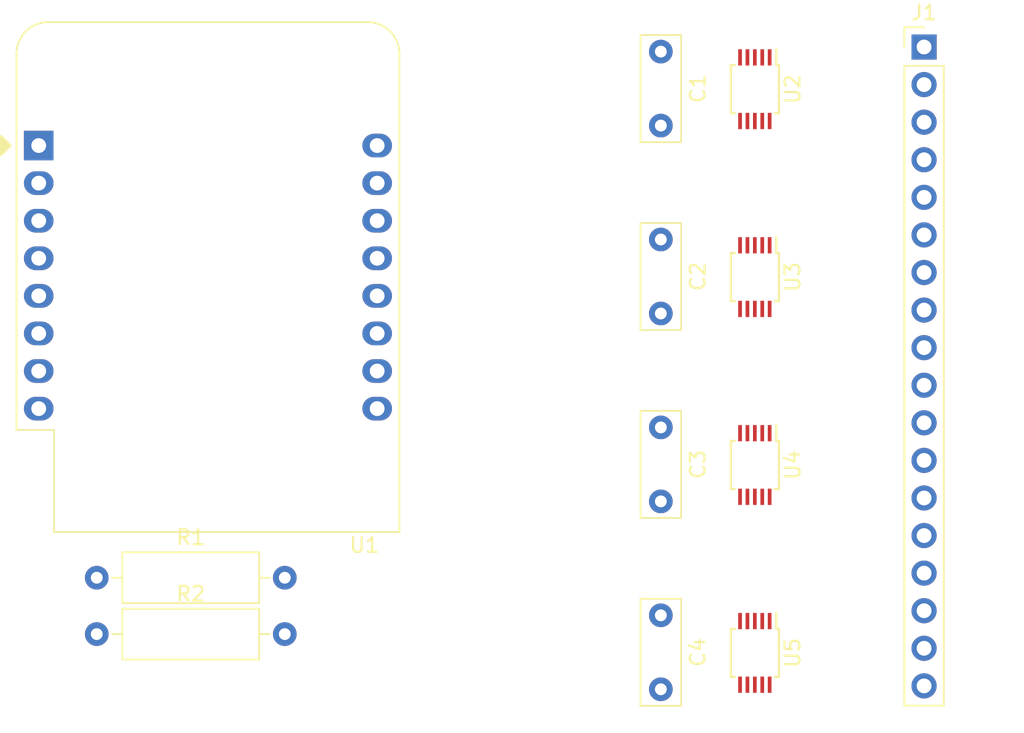
<source format=kicad_pcb>
(kicad_pcb (version 20171130) (host pcbnew 5.1.4-e60b266~84~ubuntu18.04.1)

  (general
    (thickness 1.6)
    (drawings 0)
    (tracks 0)
    (zones 0)
    (modules 12)
    (nets 37)
  )

  (page A4)
  (layers
    (0 F.Cu signal)
    (31 B.Cu signal)
    (32 B.Adhes user)
    (33 F.Adhes user)
    (34 B.Paste user)
    (35 F.Paste user)
    (36 B.SilkS user)
    (37 F.SilkS user)
    (38 B.Mask user)
    (39 F.Mask user)
    (40 Dwgs.User user)
    (41 Cmts.User user)
    (42 Eco1.User user)
    (43 Eco2.User user)
    (44 Edge.Cuts user)
    (45 Margin user)
    (46 B.CrtYd user)
    (47 F.CrtYd user)
    (48 B.Fab user)
    (49 F.Fab user)
  )

  (setup
    (last_trace_width 0.25)
    (trace_clearance 0.2)
    (zone_clearance 0.508)
    (zone_45_only no)
    (trace_min 0.2)
    (via_size 0.8)
    (via_drill 0.4)
    (via_min_size 0.4)
    (via_min_drill 0.3)
    (uvia_size 0.3)
    (uvia_drill 0.1)
    (uvias_allowed no)
    (uvia_min_size 0.2)
    (uvia_min_drill 0.1)
    (edge_width 0.05)
    (segment_width 0.2)
    (pcb_text_width 0.3)
    (pcb_text_size 1.5 1.5)
    (mod_edge_width 0.12)
    (mod_text_size 1 1)
    (mod_text_width 0.15)
    (pad_size 1.524 1.524)
    (pad_drill 0.762)
    (pad_to_mask_clearance 0.051)
    (solder_mask_min_width 0.25)
    (aux_axis_origin 0 0)
    (visible_elements FFFFFF7F)
    (pcbplotparams
      (layerselection 0x010fc_ffffffff)
      (usegerberextensions false)
      (usegerberattributes false)
      (usegerberadvancedattributes false)
      (creategerberjobfile false)
      (excludeedgelayer true)
      (linewidth 0.100000)
      (plotframeref false)
      (viasonmask false)
      (mode 1)
      (useauxorigin false)
      (hpglpennumber 1)
      (hpglpenspeed 20)
      (hpglpendiameter 15.000000)
      (psnegative false)
      (psa4output false)
      (plotreference true)
      (plotvalue true)
      (plotinvisibletext false)
      (padsonsilk false)
      (subtractmaskfromsilk false)
      (outputformat 1)
      (mirror false)
      (drillshape 1)
      (scaleselection 1)
      (outputdirectory ""))
  )

  (net 0 "")
  (net 1 +5V)
  (net 2 GND)
  (net 3 Mes34)
  (net 4 Mes33)
  (net 5 Mes32)
  (net 6 Mes31)
  (net 7 Mes24)
  (net 8 Mes23)
  (net 9 Mes22)
  (net 10 Mes21)
  (net 11 Mes14)
  (net 12 Mes13)
  (net 13 Mes12)
  (net 14 Mes11)
  (net 15 Mes04)
  (net 16 Mes03)
  (net 17 Mes02)
  (net 18 Mes01)
  (net 19 SCL)
  (net 20 SDA)
  (net 21 "Net-(U1-Pad16)")
  (net 22 "Net-(U1-Pad15)")
  (net 23 "Net-(U1-Pad12)")
  (net 24 "Net-(U1-Pad11)")
  (net 25 +3V3)
  (net 26 "Net-(U1-Pad7)")
  (net 27 "Net-(U1-Pad6)")
  (net 28 "Net-(U1-Pad5)")
  (net 29 "Net-(U1-Pad4)")
  (net 30 "Net-(U1-Pad3)")
  (net 31 "Net-(U1-Pad1)")
  (net 32 "Net-(U1-Pad2)")
  (net 33 "Net-(U2-Pad2)")
  (net 34 "Net-(U3-Pad2)")
  (net 35 "Net-(U4-Pad2)")
  (net 36 "Net-(U5-Pad2)")

  (net_class Default "This is the default net class."
    (clearance 0.2)
    (trace_width 0.25)
    (via_dia 0.8)
    (via_drill 0.4)
    (uvia_dia 0.3)
    (uvia_drill 0.1)
    (add_net +3V3)
    (add_net +5V)
    (add_net GND)
    (add_net Mes01)
    (add_net Mes02)
    (add_net Mes03)
    (add_net Mes04)
    (add_net Mes11)
    (add_net Mes12)
    (add_net Mes13)
    (add_net Mes14)
    (add_net Mes21)
    (add_net Mes22)
    (add_net Mes23)
    (add_net Mes24)
    (add_net Mes31)
    (add_net Mes32)
    (add_net Mes33)
    (add_net Mes34)
    (add_net "Net-(U1-Pad1)")
    (add_net "Net-(U1-Pad11)")
    (add_net "Net-(U1-Pad12)")
    (add_net "Net-(U1-Pad15)")
    (add_net "Net-(U1-Pad16)")
    (add_net "Net-(U1-Pad2)")
    (add_net "Net-(U1-Pad3)")
    (add_net "Net-(U1-Pad4)")
    (add_net "Net-(U1-Pad5)")
    (add_net "Net-(U1-Pad6)")
    (add_net "Net-(U1-Pad7)")
    (add_net "Net-(U2-Pad2)")
    (add_net "Net-(U3-Pad2)")
    (add_net "Net-(U4-Pad2)")
    (add_net "Net-(U5-Pad2)")
    (add_net SCL)
    (add_net SDA)
  )

  (module Package_SO:TSSOP-10_3x3mm_P0.5mm (layer F.Cu) (tedit 5A02F25C) (tstamp 5E5D53C0)
    (at 102.87 82.55 270)
    (descr "TSSOP10: plastic thin shrink small outline package; 10 leads; body width 3 mm; (see NXP SSOP-TSSOP-VSO-REFLOW.pdf and sot552-1_po.pdf)")
    (tags "SSOP 0.5")
    (path /5E5F5883)
    (attr smd)
    (fp_text reference U5 (at 0 -2.55 90) (layer F.SilkS)
      (effects (font (size 1 1) (thickness 0.15)))
    )
    (fp_text value ADS1015IDGS (at 0 2.55 90) (layer F.Fab)
      (effects (font (size 1 1) (thickness 0.15)))
    )
    (fp_text user %R (at 0 0 90) (layer F.Fab)
      (effects (font (size 0.6 0.6) (thickness 0.15)))
    )
    (fp_line (start -1.625 -1.45) (end -2.7 -1.45) (layer F.SilkS) (width 0.15))
    (fp_line (start -1.625 1.625) (end 1.625 1.625) (layer F.SilkS) (width 0.15))
    (fp_line (start -1.625 -1.625) (end 1.625 -1.625) (layer F.SilkS) (width 0.15))
    (fp_line (start -1.625 1.625) (end -1.625 1.35) (layer F.SilkS) (width 0.15))
    (fp_line (start 1.625 1.625) (end 1.625 1.35) (layer F.SilkS) (width 0.15))
    (fp_line (start 1.625 -1.625) (end 1.625 -1.35) (layer F.SilkS) (width 0.15))
    (fp_line (start -1.625 -1.625) (end -1.625 -1.45) (layer F.SilkS) (width 0.15))
    (fp_line (start -2.95 1.8) (end 2.95 1.8) (layer F.CrtYd) (width 0.05))
    (fp_line (start -2.95 -1.8) (end 2.95 -1.8) (layer F.CrtYd) (width 0.05))
    (fp_line (start 2.95 -1.8) (end 2.95 1.8) (layer F.CrtYd) (width 0.05))
    (fp_line (start -2.95 -1.8) (end -2.95 1.8) (layer F.CrtYd) (width 0.05))
    (fp_line (start -1.5 -0.5) (end -0.5 -1.5) (layer F.Fab) (width 0.15))
    (fp_line (start -1.5 1.5) (end -1.5 -0.5) (layer F.Fab) (width 0.15))
    (fp_line (start 1.5 1.5) (end -1.5 1.5) (layer F.Fab) (width 0.15))
    (fp_line (start 1.5 -1.5) (end 1.5 1.5) (layer F.Fab) (width 0.15))
    (fp_line (start -0.5 -1.5) (end 1.5 -1.5) (layer F.Fab) (width 0.15))
    (pad 10 smd rect (at 2.15 -1 270) (size 1.1 0.25) (layers F.Cu F.Paste F.Mask)
      (net 19 SCL))
    (pad 9 smd rect (at 2.15 -0.5 270) (size 1.1 0.25) (layers F.Cu F.Paste F.Mask)
      (net 20 SDA))
    (pad 8 smd rect (at 2.15 0 270) (size 1.1 0.25) (layers F.Cu F.Paste F.Mask)
      (net 1 +5V))
    (pad 7 smd rect (at 2.15 0.5 270) (size 1.1 0.25) (layers F.Cu F.Paste F.Mask)
      (net 3 Mes34))
    (pad 6 smd rect (at 2.15 1 270) (size 1.1 0.25) (layers F.Cu F.Paste F.Mask)
      (net 4 Mes33))
    (pad 5 smd rect (at -2.15 1 270) (size 1.1 0.25) (layers F.Cu F.Paste F.Mask)
      (net 5 Mes32))
    (pad 4 smd rect (at -2.15 0.5 270) (size 1.1 0.25) (layers F.Cu F.Paste F.Mask)
      (net 6 Mes31))
    (pad 3 smd rect (at -2.15 0 270) (size 1.1 0.25) (layers F.Cu F.Paste F.Mask)
      (net 2 GND))
    (pad 2 smd rect (at -2.15 -0.5 270) (size 1.1 0.25) (layers F.Cu F.Paste F.Mask)
      (net 36 "Net-(U5-Pad2)"))
    (pad 1 smd rect (at -2.15 -1 270) (size 1.1 0.25) (layers F.Cu F.Paste F.Mask)
      (net 19 SCL))
    (model ${KISYS3DMOD}/Package_SO.3dshapes/TSSOP-10_3x3mm_P0.5mm.wrl
      (at (xyz 0 0 0))
      (scale (xyz 1 1 1))
      (rotate (xyz 0 0 0))
    )
  )

  (module Package_SO:TSSOP-10_3x3mm_P0.5mm (layer F.Cu) (tedit 5A02F25C) (tstamp 5E5D53A1)
    (at 102.87 69.85 270)
    (descr "TSSOP10: plastic thin shrink small outline package; 10 leads; body width 3 mm; (see NXP SSOP-TSSOP-VSO-REFLOW.pdf and sot552-1_po.pdf)")
    (tags "SSOP 0.5")
    (path /5E5F4301)
    (attr smd)
    (fp_text reference U4 (at 0 -2.55 90) (layer F.SilkS)
      (effects (font (size 1 1) (thickness 0.15)))
    )
    (fp_text value ADS1015IDGS (at 0 2.55 90) (layer F.Fab)
      (effects (font (size 1 1) (thickness 0.15)))
    )
    (fp_text user %R (at 0 0 90) (layer F.Fab)
      (effects (font (size 0.6 0.6) (thickness 0.15)))
    )
    (fp_line (start -1.625 -1.45) (end -2.7 -1.45) (layer F.SilkS) (width 0.15))
    (fp_line (start -1.625 1.625) (end 1.625 1.625) (layer F.SilkS) (width 0.15))
    (fp_line (start -1.625 -1.625) (end 1.625 -1.625) (layer F.SilkS) (width 0.15))
    (fp_line (start -1.625 1.625) (end -1.625 1.35) (layer F.SilkS) (width 0.15))
    (fp_line (start 1.625 1.625) (end 1.625 1.35) (layer F.SilkS) (width 0.15))
    (fp_line (start 1.625 -1.625) (end 1.625 -1.35) (layer F.SilkS) (width 0.15))
    (fp_line (start -1.625 -1.625) (end -1.625 -1.45) (layer F.SilkS) (width 0.15))
    (fp_line (start -2.95 1.8) (end 2.95 1.8) (layer F.CrtYd) (width 0.05))
    (fp_line (start -2.95 -1.8) (end 2.95 -1.8) (layer F.CrtYd) (width 0.05))
    (fp_line (start 2.95 -1.8) (end 2.95 1.8) (layer F.CrtYd) (width 0.05))
    (fp_line (start -2.95 -1.8) (end -2.95 1.8) (layer F.CrtYd) (width 0.05))
    (fp_line (start -1.5 -0.5) (end -0.5 -1.5) (layer F.Fab) (width 0.15))
    (fp_line (start -1.5 1.5) (end -1.5 -0.5) (layer F.Fab) (width 0.15))
    (fp_line (start 1.5 1.5) (end -1.5 1.5) (layer F.Fab) (width 0.15))
    (fp_line (start 1.5 -1.5) (end 1.5 1.5) (layer F.Fab) (width 0.15))
    (fp_line (start -0.5 -1.5) (end 1.5 -1.5) (layer F.Fab) (width 0.15))
    (pad 10 smd rect (at 2.15 -1 270) (size 1.1 0.25) (layers F.Cu F.Paste F.Mask)
      (net 19 SCL))
    (pad 9 smd rect (at 2.15 -0.5 270) (size 1.1 0.25) (layers F.Cu F.Paste F.Mask)
      (net 20 SDA))
    (pad 8 smd rect (at 2.15 0 270) (size 1.1 0.25) (layers F.Cu F.Paste F.Mask)
      (net 1 +5V))
    (pad 7 smd rect (at 2.15 0.5 270) (size 1.1 0.25) (layers F.Cu F.Paste F.Mask)
      (net 7 Mes24))
    (pad 6 smd rect (at 2.15 1 270) (size 1.1 0.25) (layers F.Cu F.Paste F.Mask)
      (net 8 Mes23))
    (pad 5 smd rect (at -2.15 1 270) (size 1.1 0.25) (layers F.Cu F.Paste F.Mask)
      (net 9 Mes22))
    (pad 4 smd rect (at -2.15 0.5 270) (size 1.1 0.25) (layers F.Cu F.Paste F.Mask)
      (net 10 Mes21))
    (pad 3 smd rect (at -2.15 0 270) (size 1.1 0.25) (layers F.Cu F.Paste F.Mask)
      (net 2 GND))
    (pad 2 smd rect (at -2.15 -0.5 270) (size 1.1 0.25) (layers F.Cu F.Paste F.Mask)
      (net 35 "Net-(U4-Pad2)"))
    (pad 1 smd rect (at -2.15 -1 270) (size 1.1 0.25) (layers F.Cu F.Paste F.Mask)
      (net 20 SDA))
    (model ${KISYS3DMOD}/Package_SO.3dshapes/TSSOP-10_3x3mm_P0.5mm.wrl
      (at (xyz 0 0 0))
      (scale (xyz 1 1 1))
      (rotate (xyz 0 0 0))
    )
  )

  (module Package_SO:TSSOP-10_3x3mm_P0.5mm (layer F.Cu) (tedit 5A02F25C) (tstamp 5E5D5382)
    (at 102.87 57.15 270)
    (descr "TSSOP10: plastic thin shrink small outline package; 10 leads; body width 3 mm; (see NXP SSOP-TSSOP-VSO-REFLOW.pdf and sot552-1_po.pdf)")
    (tags "SSOP 0.5")
    (path /5E5F2FEF)
    (attr smd)
    (fp_text reference U3 (at 0 -2.55 90) (layer F.SilkS)
      (effects (font (size 1 1) (thickness 0.15)))
    )
    (fp_text value ADS1015IDGS (at 0 2.55 90) (layer F.Fab)
      (effects (font (size 1 1) (thickness 0.15)))
    )
    (fp_text user %R (at 0 0 90) (layer F.Fab)
      (effects (font (size 0.6 0.6) (thickness 0.15)))
    )
    (fp_line (start -1.625 -1.45) (end -2.7 -1.45) (layer F.SilkS) (width 0.15))
    (fp_line (start -1.625 1.625) (end 1.625 1.625) (layer F.SilkS) (width 0.15))
    (fp_line (start -1.625 -1.625) (end 1.625 -1.625) (layer F.SilkS) (width 0.15))
    (fp_line (start -1.625 1.625) (end -1.625 1.35) (layer F.SilkS) (width 0.15))
    (fp_line (start 1.625 1.625) (end 1.625 1.35) (layer F.SilkS) (width 0.15))
    (fp_line (start 1.625 -1.625) (end 1.625 -1.35) (layer F.SilkS) (width 0.15))
    (fp_line (start -1.625 -1.625) (end -1.625 -1.45) (layer F.SilkS) (width 0.15))
    (fp_line (start -2.95 1.8) (end 2.95 1.8) (layer F.CrtYd) (width 0.05))
    (fp_line (start -2.95 -1.8) (end 2.95 -1.8) (layer F.CrtYd) (width 0.05))
    (fp_line (start 2.95 -1.8) (end 2.95 1.8) (layer F.CrtYd) (width 0.05))
    (fp_line (start -2.95 -1.8) (end -2.95 1.8) (layer F.CrtYd) (width 0.05))
    (fp_line (start -1.5 -0.5) (end -0.5 -1.5) (layer F.Fab) (width 0.15))
    (fp_line (start -1.5 1.5) (end -1.5 -0.5) (layer F.Fab) (width 0.15))
    (fp_line (start 1.5 1.5) (end -1.5 1.5) (layer F.Fab) (width 0.15))
    (fp_line (start 1.5 -1.5) (end 1.5 1.5) (layer F.Fab) (width 0.15))
    (fp_line (start -0.5 -1.5) (end 1.5 -1.5) (layer F.Fab) (width 0.15))
    (pad 10 smd rect (at 2.15 -1 270) (size 1.1 0.25) (layers F.Cu F.Paste F.Mask)
      (net 19 SCL))
    (pad 9 smd rect (at 2.15 -0.5 270) (size 1.1 0.25) (layers F.Cu F.Paste F.Mask)
      (net 20 SDA))
    (pad 8 smd rect (at 2.15 0 270) (size 1.1 0.25) (layers F.Cu F.Paste F.Mask)
      (net 1 +5V))
    (pad 7 smd rect (at 2.15 0.5 270) (size 1.1 0.25) (layers F.Cu F.Paste F.Mask)
      (net 11 Mes14))
    (pad 6 smd rect (at 2.15 1 270) (size 1.1 0.25) (layers F.Cu F.Paste F.Mask)
      (net 12 Mes13))
    (pad 5 smd rect (at -2.15 1 270) (size 1.1 0.25) (layers F.Cu F.Paste F.Mask)
      (net 13 Mes12))
    (pad 4 smd rect (at -2.15 0.5 270) (size 1.1 0.25) (layers F.Cu F.Paste F.Mask)
      (net 14 Mes11))
    (pad 3 smd rect (at -2.15 0 270) (size 1.1 0.25) (layers F.Cu F.Paste F.Mask)
      (net 2 GND))
    (pad 2 smd rect (at -2.15 -0.5 270) (size 1.1 0.25) (layers F.Cu F.Paste F.Mask)
      (net 34 "Net-(U3-Pad2)"))
    (pad 1 smd rect (at -2.15 -1 270) (size 1.1 0.25) (layers F.Cu F.Paste F.Mask)
      (net 1 +5V))
    (model ${KISYS3DMOD}/Package_SO.3dshapes/TSSOP-10_3x3mm_P0.5mm.wrl
      (at (xyz 0 0 0))
      (scale (xyz 1 1 1))
      (rotate (xyz 0 0 0))
    )
  )

  (module Package_SO:TSSOP-10_3x3mm_P0.5mm (layer F.Cu) (tedit 5A02F25C) (tstamp 5E5D5363)
    (at 102.87 44.45 270)
    (descr "TSSOP10: plastic thin shrink small outline package; 10 leads; body width 3 mm; (see NXP SSOP-TSSOP-VSO-REFLOW.pdf and sot552-1_po.pdf)")
    (tags "SSOP 0.5")
    (path /5E5D3F70)
    (attr smd)
    (fp_text reference U2 (at 0 -2.55 90) (layer F.SilkS)
      (effects (font (size 1 1) (thickness 0.15)))
    )
    (fp_text value ADS1015IDGS (at 0 2.55 90) (layer F.Fab)
      (effects (font (size 1 1) (thickness 0.15)))
    )
    (fp_text user %R (at 0 0 90) (layer F.Fab)
      (effects (font (size 0.6 0.6) (thickness 0.15)))
    )
    (fp_line (start -1.625 -1.45) (end -2.7 -1.45) (layer F.SilkS) (width 0.15))
    (fp_line (start -1.625 1.625) (end 1.625 1.625) (layer F.SilkS) (width 0.15))
    (fp_line (start -1.625 -1.625) (end 1.625 -1.625) (layer F.SilkS) (width 0.15))
    (fp_line (start -1.625 1.625) (end -1.625 1.35) (layer F.SilkS) (width 0.15))
    (fp_line (start 1.625 1.625) (end 1.625 1.35) (layer F.SilkS) (width 0.15))
    (fp_line (start 1.625 -1.625) (end 1.625 -1.35) (layer F.SilkS) (width 0.15))
    (fp_line (start -1.625 -1.625) (end -1.625 -1.45) (layer F.SilkS) (width 0.15))
    (fp_line (start -2.95 1.8) (end 2.95 1.8) (layer F.CrtYd) (width 0.05))
    (fp_line (start -2.95 -1.8) (end 2.95 -1.8) (layer F.CrtYd) (width 0.05))
    (fp_line (start 2.95 -1.8) (end 2.95 1.8) (layer F.CrtYd) (width 0.05))
    (fp_line (start -2.95 -1.8) (end -2.95 1.8) (layer F.CrtYd) (width 0.05))
    (fp_line (start -1.5 -0.5) (end -0.5 -1.5) (layer F.Fab) (width 0.15))
    (fp_line (start -1.5 1.5) (end -1.5 -0.5) (layer F.Fab) (width 0.15))
    (fp_line (start 1.5 1.5) (end -1.5 1.5) (layer F.Fab) (width 0.15))
    (fp_line (start 1.5 -1.5) (end 1.5 1.5) (layer F.Fab) (width 0.15))
    (fp_line (start -0.5 -1.5) (end 1.5 -1.5) (layer F.Fab) (width 0.15))
    (pad 10 smd rect (at 2.15 -1 270) (size 1.1 0.25) (layers F.Cu F.Paste F.Mask)
      (net 19 SCL))
    (pad 9 smd rect (at 2.15 -0.5 270) (size 1.1 0.25) (layers F.Cu F.Paste F.Mask)
      (net 20 SDA))
    (pad 8 smd rect (at 2.15 0 270) (size 1.1 0.25) (layers F.Cu F.Paste F.Mask)
      (net 1 +5V))
    (pad 7 smd rect (at 2.15 0.5 270) (size 1.1 0.25) (layers F.Cu F.Paste F.Mask)
      (net 15 Mes04))
    (pad 6 smd rect (at 2.15 1 270) (size 1.1 0.25) (layers F.Cu F.Paste F.Mask)
      (net 16 Mes03))
    (pad 5 smd rect (at -2.15 1 270) (size 1.1 0.25) (layers F.Cu F.Paste F.Mask)
      (net 17 Mes02))
    (pad 4 smd rect (at -2.15 0.5 270) (size 1.1 0.25) (layers F.Cu F.Paste F.Mask)
      (net 18 Mes01))
    (pad 3 smd rect (at -2.15 0 270) (size 1.1 0.25) (layers F.Cu F.Paste F.Mask)
      (net 2 GND))
    (pad 2 smd rect (at -2.15 -0.5 270) (size 1.1 0.25) (layers F.Cu F.Paste F.Mask)
      (net 33 "Net-(U2-Pad2)"))
    (pad 1 smd rect (at -2.15 -1 270) (size 1.1 0.25) (layers F.Cu F.Paste F.Mask)
      (net 2 GND))
    (model ${KISYS3DMOD}/Package_SO.3dshapes/TSSOP-10_3x3mm_P0.5mm.wrl
      (at (xyz 0 0 0))
      (scale (xyz 1 1 1))
      (rotate (xyz 0 0 0))
    )
  )

  (module Module:WEMOS_D1_mini_light (layer F.Cu) (tedit 5BBFB1CE) (tstamp 5E5D5344)
    (at 54.5 48.26)
    (descr "16-pin module, column spacing 22.86 mm (900 mils), https://wiki.wemos.cc/products:d1:d1_mini, https://c1.staticflickr.com/1/734/31400410271_f278b087db_z.jpg")
    (tags "ESP8266 WiFi microcontroller")
    (path /5E5D3C29)
    (fp_text reference U1 (at 22 27) (layer F.SilkS)
      (effects (font (size 1 1) (thickness 0.15)))
    )
    (fp_text value WeMos_D1_mini (at 11.7 0) (layer F.Fab)
      (effects (font (size 1 1) (thickness 0.15)))
    )
    (fp_text user "No copper" (at 11.43 -3.81) (layer Cmts.User)
      (effects (font (size 1 1) (thickness 0.15)))
    )
    (fp_text user "KEEP OUT" (at 11.43 -6.35) (layer Cmts.User)
      (effects (font (size 1 1) (thickness 0.15)))
    )
    (fp_arc (start 22.23 -6.21) (end 24.36 -6.21) (angle -90) (layer F.SilkS) (width 0.12))
    (fp_arc (start 0.63 -6.21) (end 0.63 -8.34) (angle -90) (layer F.SilkS) (width 0.12))
    (fp_line (start 1.04 19.22) (end 1.04 26.12) (layer F.SilkS) (width 0.12))
    (fp_line (start -1.5 19.22) (end 1.04 19.22) (layer F.SilkS) (width 0.12))
    (fp_arc (start 22.23 -6.21) (end 24.23 -6.19) (angle -90) (layer F.Fab) (width 0.1))
    (fp_arc (start 0.63 -6.21) (end 0.63 -8.21) (angle -90) (layer F.Fab) (width 0.1))
    (fp_line (start -0.37 0) (end -1.37 -1) (layer F.Fab) (width 0.1))
    (fp_line (start -1.37 1) (end -0.37 0) (layer F.Fab) (width 0.1))
    (fp_line (start -1.37 -6.21) (end -1.37 -1) (layer F.Fab) (width 0.1))
    (fp_line (start 1.17 19.09) (end 1.17 25.99) (layer F.Fab) (width 0.1))
    (fp_line (start -1.37 19.09) (end 1.17 19.09) (layer F.Fab) (width 0.1))
    (fp_line (start -1.35 -7.4) (end -0.55 -8.2) (layer Dwgs.User) (width 0.1))
    (fp_line (start -1.3 -5.45) (end 1.45 -8.2) (layer Dwgs.User) (width 0.1))
    (fp_line (start -1.35 -3.4) (end 3.45 -8.2) (layer Dwgs.User) (width 0.1))
    (fp_line (start 22.65 -1.4) (end 24.25 -3) (layer Dwgs.User) (width 0.1))
    (fp_line (start 20.65 -1.4) (end 24.25 -5) (layer Dwgs.User) (width 0.1))
    (fp_line (start 18.65 -1.4) (end 24.25 -7) (layer Dwgs.User) (width 0.1))
    (fp_line (start 16.65 -1.4) (end 23.45 -8.2) (layer Dwgs.User) (width 0.1))
    (fp_line (start 14.65 -1.4) (end 21.45 -8.2) (layer Dwgs.User) (width 0.1))
    (fp_line (start 12.65 -1.4) (end 19.45 -8.2) (layer Dwgs.User) (width 0.1))
    (fp_line (start 10.65 -1.4) (end 17.45 -8.2) (layer Dwgs.User) (width 0.1))
    (fp_line (start 8.65 -1.4) (end 15.45 -8.2) (layer Dwgs.User) (width 0.1))
    (fp_line (start 6.65 -1.4) (end 13.45 -8.2) (layer Dwgs.User) (width 0.1))
    (fp_line (start 4.65 -1.4) (end 11.45 -8.2) (layer Dwgs.User) (width 0.1))
    (fp_line (start 2.65 -1.4) (end 9.45 -8.2) (layer Dwgs.User) (width 0.1))
    (fp_line (start 0.65 -1.4) (end 7.45 -8.2) (layer Dwgs.User) (width 0.1))
    (fp_line (start -1.35 -1.4) (end 5.45 -8.2) (layer Dwgs.User) (width 0.1))
    (fp_line (start -1.35 -8.2) (end -1.35 -1.4) (layer Dwgs.User) (width 0.1))
    (fp_line (start 24.25 -8.2) (end -1.35 -8.2) (layer Dwgs.User) (width 0.1))
    (fp_line (start 24.25 -1.4) (end 24.25 -8.2) (layer Dwgs.User) (width 0.1))
    (fp_line (start -1.35 -1.4) (end 24.25 -1.4) (layer Dwgs.User) (width 0.1))
    (fp_poly (pts (xy -2.54 -0.635) (xy -2.54 0.635) (xy -1.905 0)) (layer F.SilkS) (width 0.15))
    (fp_line (start -1.62 26.24) (end -1.62 -8.46) (layer F.CrtYd) (width 0.05))
    (fp_line (start 24.48 26.24) (end -1.62 26.24) (layer F.CrtYd) (width 0.05))
    (fp_line (start 24.48 -8.41) (end 24.48 26.24) (layer F.CrtYd) (width 0.05))
    (fp_line (start -1.62 -8.46) (end 24.48 -8.46) (layer F.CrtYd) (width 0.05))
    (fp_text user %R (at 11.43 10) (layer F.Fab)
      (effects (font (size 1 1) (thickness 0.15)))
    )
    (fp_line (start -1.37 1) (end -1.37 19.09) (layer F.Fab) (width 0.1))
    (fp_line (start 22.23 -8.21) (end 0.63 -8.21) (layer F.Fab) (width 0.1))
    (fp_line (start 24.23 25.99) (end 24.23 -6.21) (layer F.Fab) (width 0.1))
    (fp_line (start 1.17 25.99) (end 24.23 25.99) (layer F.Fab) (width 0.1))
    (fp_line (start 22.24 -8.34) (end 0.63 -8.34) (layer F.SilkS) (width 0.12))
    (fp_line (start 24.36 26.12) (end 24.36 -6.21) (layer F.SilkS) (width 0.12))
    (fp_line (start -1.5 19.22) (end -1.5 -6.21) (layer F.SilkS) (width 0.12))
    (fp_line (start 1.04 26.12) (end 24.36 26.12) (layer F.SilkS) (width 0.12))
    (pad 16 thru_hole oval (at 22.86 0) (size 2 1.6) (drill 1) (layers *.Cu *.Mask)
      (net 21 "Net-(U1-Pad16)"))
    (pad 15 thru_hole oval (at 22.86 2.54) (size 2 1.6) (drill 1) (layers *.Cu *.Mask)
      (net 22 "Net-(U1-Pad15)"))
    (pad 14 thru_hole oval (at 22.86 5.08) (size 2 1.6) (drill 1) (layers *.Cu *.Mask)
      (net 19 SCL))
    (pad 13 thru_hole oval (at 22.86 7.62) (size 2 1.6) (drill 1) (layers *.Cu *.Mask)
      (net 20 SDA))
    (pad 12 thru_hole oval (at 22.86 10.16) (size 2 1.6) (drill 1) (layers *.Cu *.Mask)
      (net 23 "Net-(U1-Pad12)"))
    (pad 11 thru_hole oval (at 22.86 12.7) (size 2 1.6) (drill 1) (layers *.Cu *.Mask)
      (net 24 "Net-(U1-Pad11)"))
    (pad 10 thru_hole oval (at 22.86 15.24) (size 2 1.6) (drill 1) (layers *.Cu *.Mask)
      (net 2 GND))
    (pad 9 thru_hole oval (at 22.86 17.78) (size 2 1.6) (drill 1) (layers *.Cu *.Mask)
      (net 1 +5V))
    (pad 8 thru_hole oval (at 0 17.78) (size 2 1.6) (drill 1) (layers *.Cu *.Mask)
      (net 25 +3V3))
    (pad 7 thru_hole oval (at 0 15.24) (size 2 1.6) (drill 1) (layers *.Cu *.Mask)
      (net 26 "Net-(U1-Pad7)"))
    (pad 6 thru_hole oval (at 0 12.7) (size 2 1.6) (drill 1) (layers *.Cu *.Mask)
      (net 27 "Net-(U1-Pad6)"))
    (pad 5 thru_hole oval (at 0 10.16) (size 2 1.6) (drill 1) (layers *.Cu *.Mask)
      (net 28 "Net-(U1-Pad5)"))
    (pad 4 thru_hole oval (at 0 7.62) (size 2 1.6) (drill 1) (layers *.Cu *.Mask)
      (net 29 "Net-(U1-Pad4)"))
    (pad 3 thru_hole oval (at 0 5.08) (size 2 1.6) (drill 1) (layers *.Cu *.Mask)
      (net 30 "Net-(U1-Pad3)"))
    (pad 1 thru_hole rect (at 0 0) (size 2 2) (drill 1) (layers *.Cu *.Mask)
      (net 31 "Net-(U1-Pad1)"))
    (pad 2 thru_hole oval (at 0 2.54) (size 2 1.6) (drill 1) (layers *.Cu *.Mask)
      (net 32 "Net-(U1-Pad2)"))
    (model ${KISYS3DMOD}/Module.3dshapes/WEMOS_D1_mini_light.wrl
      (at (xyz 0 0 0))
      (scale (xyz 1 1 1))
      (rotate (xyz 0 0 0))
    )
    (model ${KISYS3DMOD}/Connector_PinHeader_2.54mm.3dshapes/PinHeader_1x08_P2.54mm_Vertical.wrl
      (offset (xyz 0 0 9.5))
      (scale (xyz 1 1 1))
      (rotate (xyz 0 -180 0))
    )
    (model ${KISYS3DMOD}/Connector_PinHeader_2.54mm.3dshapes/PinHeader_1x08_P2.54mm_Vertical.wrl
      (offset (xyz 22.86 0 9.5))
      (scale (xyz 1 1 1))
      (rotate (xyz 0 -180 0))
    )
    (model ${KISYS3DMOD}/Connector_PinSocket_2.54mm.3dshapes/PinSocket_1x08_P2.54mm_Vertical.wrl
      (at (xyz 0 0 0))
      (scale (xyz 1 1 1))
      (rotate (xyz 0 0 0))
    )
    (model ${KISYS3DMOD}/Connector_PinSocket_2.54mm.3dshapes/PinSocket_1x08_P2.54mm_Vertical.wrl
      (offset (xyz 22.86 0 0))
      (scale (xyz 1 1 1))
      (rotate (xyz 0 0 0))
    )
  )

  (module Resistor_THT:R_Axial_DIN0309_L9.0mm_D3.2mm_P12.70mm_Horizontal (layer F.Cu) (tedit 5AE5139B) (tstamp 5E5D5301)
    (at 58.42 81.28)
    (descr "Resistor, Axial_DIN0309 series, Axial, Horizontal, pin pitch=12.7mm, 0.5W = 1/2W, length*diameter=9*3.2mm^2, http://cdn-reichelt.de/documents/datenblatt/B400/1_4W%23YAG.pdf")
    (tags "Resistor Axial_DIN0309 series Axial Horizontal pin pitch 12.7mm 0.5W = 1/2W length 9mm diameter 3.2mm")
    (path /5E5D4946)
    (fp_text reference R2 (at 6.35 -2.72) (layer F.SilkS)
      (effects (font (size 1 1) (thickness 0.15)))
    )
    (fp_text value 10K (at 6.35 2.72) (layer F.Fab)
      (effects (font (size 1 1) (thickness 0.15)))
    )
    (fp_line (start 1.85 -1.6) (end 1.85 1.6) (layer F.Fab) (width 0.1))
    (fp_line (start 1.85 1.6) (end 10.85 1.6) (layer F.Fab) (width 0.1))
    (fp_line (start 10.85 1.6) (end 10.85 -1.6) (layer F.Fab) (width 0.1))
    (fp_line (start 10.85 -1.6) (end 1.85 -1.6) (layer F.Fab) (width 0.1))
    (fp_line (start 0 0) (end 1.85 0) (layer F.Fab) (width 0.1))
    (fp_line (start 12.7 0) (end 10.85 0) (layer F.Fab) (width 0.1))
    (fp_line (start 1.73 -1.72) (end 1.73 1.72) (layer F.SilkS) (width 0.12))
    (fp_line (start 1.73 1.72) (end 10.97 1.72) (layer F.SilkS) (width 0.12))
    (fp_line (start 10.97 1.72) (end 10.97 -1.72) (layer F.SilkS) (width 0.12))
    (fp_line (start 10.97 -1.72) (end 1.73 -1.72) (layer F.SilkS) (width 0.12))
    (fp_line (start 1.04 0) (end 1.73 0) (layer F.SilkS) (width 0.12))
    (fp_line (start 11.66 0) (end 10.97 0) (layer F.SilkS) (width 0.12))
    (fp_line (start -1.05 -1.85) (end -1.05 1.85) (layer F.CrtYd) (width 0.05))
    (fp_line (start -1.05 1.85) (end 13.75 1.85) (layer F.CrtYd) (width 0.05))
    (fp_line (start 13.75 1.85) (end 13.75 -1.85) (layer F.CrtYd) (width 0.05))
    (fp_line (start 13.75 -1.85) (end -1.05 -1.85) (layer F.CrtYd) (width 0.05))
    (fp_text user %R (at 6.35 0) (layer F.Fab)
      (effects (font (size 1 1) (thickness 0.15)))
    )
    (pad 1 thru_hole circle (at 0 0) (size 1.6 1.6) (drill 0.8) (layers *.Cu *.Mask)
      (net 1 +5V))
    (pad 2 thru_hole oval (at 12.7 0) (size 1.6 1.6) (drill 0.8) (layers *.Cu *.Mask)
      (net 20 SDA))
    (model ${KISYS3DMOD}/Resistor_THT.3dshapes/R_Axial_DIN0309_L9.0mm_D3.2mm_P12.70mm_Horizontal.wrl
      (at (xyz 0 0 0))
      (scale (xyz 1 1 1))
      (rotate (xyz 0 0 0))
    )
  )

  (module Resistor_THT:R_Axial_DIN0309_L9.0mm_D3.2mm_P12.70mm_Horizontal (layer F.Cu) (tedit 5AE5139B) (tstamp 5E5D52EA)
    (at 58.42 77.47)
    (descr "Resistor, Axial_DIN0309 series, Axial, Horizontal, pin pitch=12.7mm, 0.5W = 1/2W, length*diameter=9*3.2mm^2, http://cdn-reichelt.de/documents/datenblatt/B400/1_4W%23YAG.pdf")
    (tags "Resistor Axial_DIN0309 series Axial Horizontal pin pitch 12.7mm 0.5W = 1/2W length 9mm diameter 3.2mm")
    (path /5E5D4662)
    (fp_text reference R1 (at 6.35 -2.72) (layer F.SilkS)
      (effects (font (size 1 1) (thickness 0.15)))
    )
    (fp_text value 10K (at 6.35 2.72) (layer F.Fab)
      (effects (font (size 1 1) (thickness 0.15)))
    )
    (fp_text user %R (at 6.35 0) (layer F.Fab)
      (effects (font (size 1 1) (thickness 0.15)))
    )
    (fp_line (start 13.75 -1.85) (end -1.05 -1.85) (layer F.CrtYd) (width 0.05))
    (fp_line (start 13.75 1.85) (end 13.75 -1.85) (layer F.CrtYd) (width 0.05))
    (fp_line (start -1.05 1.85) (end 13.75 1.85) (layer F.CrtYd) (width 0.05))
    (fp_line (start -1.05 -1.85) (end -1.05 1.85) (layer F.CrtYd) (width 0.05))
    (fp_line (start 11.66 0) (end 10.97 0) (layer F.SilkS) (width 0.12))
    (fp_line (start 1.04 0) (end 1.73 0) (layer F.SilkS) (width 0.12))
    (fp_line (start 10.97 -1.72) (end 1.73 -1.72) (layer F.SilkS) (width 0.12))
    (fp_line (start 10.97 1.72) (end 10.97 -1.72) (layer F.SilkS) (width 0.12))
    (fp_line (start 1.73 1.72) (end 10.97 1.72) (layer F.SilkS) (width 0.12))
    (fp_line (start 1.73 -1.72) (end 1.73 1.72) (layer F.SilkS) (width 0.12))
    (fp_line (start 12.7 0) (end 10.85 0) (layer F.Fab) (width 0.1))
    (fp_line (start 0 0) (end 1.85 0) (layer F.Fab) (width 0.1))
    (fp_line (start 10.85 -1.6) (end 1.85 -1.6) (layer F.Fab) (width 0.1))
    (fp_line (start 10.85 1.6) (end 10.85 -1.6) (layer F.Fab) (width 0.1))
    (fp_line (start 1.85 1.6) (end 10.85 1.6) (layer F.Fab) (width 0.1))
    (fp_line (start 1.85 -1.6) (end 1.85 1.6) (layer F.Fab) (width 0.1))
    (pad 2 thru_hole oval (at 12.7 0) (size 1.6 1.6) (drill 0.8) (layers *.Cu *.Mask)
      (net 19 SCL))
    (pad 1 thru_hole circle (at 0 0) (size 1.6 1.6) (drill 0.8) (layers *.Cu *.Mask)
      (net 1 +5V))
    (model ${KISYS3DMOD}/Resistor_THT.3dshapes/R_Axial_DIN0309_L9.0mm_D3.2mm_P12.70mm_Horizontal.wrl
      (at (xyz 0 0 0))
      (scale (xyz 1 1 1))
      (rotate (xyz 0 0 0))
    )
  )

  (module Connector_PinHeader_2.54mm:PinHeader_1x18_P2.54mm_Vertical (layer F.Cu) (tedit 59FED5CC) (tstamp 5E5D52D3)
    (at 114.3 41.6)
    (descr "Through hole straight pin header, 1x18, 2.54mm pitch, single row")
    (tags "Through hole pin header THT 1x18 2.54mm single row")
    (path /5E60939C)
    (fp_text reference J1 (at 0 -2.33) (layer F.SilkS)
      (effects (font (size 1 1) (thickness 0.15)))
    )
    (fp_text value Conn_01x18_Male (at 0 45.51) (layer F.Fab)
      (effects (font (size 1 1) (thickness 0.15)))
    )
    (fp_text user %R (at 0 21.59 90) (layer F.Fab)
      (effects (font (size 1 1) (thickness 0.15)))
    )
    (fp_line (start 1.8 -1.8) (end -1.8 -1.8) (layer F.CrtYd) (width 0.05))
    (fp_line (start 1.8 44.95) (end 1.8 -1.8) (layer F.CrtYd) (width 0.05))
    (fp_line (start -1.8 44.95) (end 1.8 44.95) (layer F.CrtYd) (width 0.05))
    (fp_line (start -1.8 -1.8) (end -1.8 44.95) (layer F.CrtYd) (width 0.05))
    (fp_line (start -1.33 -1.33) (end 0 -1.33) (layer F.SilkS) (width 0.12))
    (fp_line (start -1.33 0) (end -1.33 -1.33) (layer F.SilkS) (width 0.12))
    (fp_line (start -1.33 1.27) (end 1.33 1.27) (layer F.SilkS) (width 0.12))
    (fp_line (start 1.33 1.27) (end 1.33 44.51) (layer F.SilkS) (width 0.12))
    (fp_line (start -1.33 1.27) (end -1.33 44.51) (layer F.SilkS) (width 0.12))
    (fp_line (start -1.33 44.51) (end 1.33 44.51) (layer F.SilkS) (width 0.12))
    (fp_line (start -1.27 -0.635) (end -0.635 -1.27) (layer F.Fab) (width 0.1))
    (fp_line (start -1.27 44.45) (end -1.27 -0.635) (layer F.Fab) (width 0.1))
    (fp_line (start 1.27 44.45) (end -1.27 44.45) (layer F.Fab) (width 0.1))
    (fp_line (start 1.27 -1.27) (end 1.27 44.45) (layer F.Fab) (width 0.1))
    (fp_line (start -0.635 -1.27) (end 1.27 -1.27) (layer F.Fab) (width 0.1))
    (pad 18 thru_hole oval (at 0 43.18) (size 1.7 1.7) (drill 1) (layers *.Cu *.Mask)
      (net 2 GND))
    (pad 17 thru_hole oval (at 0 40.64) (size 1.7 1.7) (drill 1) (layers *.Cu *.Mask)
      (net 3 Mes34))
    (pad 16 thru_hole oval (at 0 38.1) (size 1.7 1.7) (drill 1) (layers *.Cu *.Mask)
      (net 4 Mes33))
    (pad 15 thru_hole oval (at 0 35.56) (size 1.7 1.7) (drill 1) (layers *.Cu *.Mask)
      (net 5 Mes32))
    (pad 14 thru_hole oval (at 0 33.02) (size 1.7 1.7) (drill 1) (layers *.Cu *.Mask)
      (net 6 Mes31))
    (pad 13 thru_hole oval (at 0 30.48) (size 1.7 1.7) (drill 1) (layers *.Cu *.Mask)
      (net 7 Mes24))
    (pad 12 thru_hole oval (at 0 27.94) (size 1.7 1.7) (drill 1) (layers *.Cu *.Mask)
      (net 8 Mes23))
    (pad 11 thru_hole oval (at 0 25.4) (size 1.7 1.7) (drill 1) (layers *.Cu *.Mask)
      (net 9 Mes22))
    (pad 10 thru_hole oval (at 0 22.86) (size 1.7 1.7) (drill 1) (layers *.Cu *.Mask)
      (net 10 Mes21))
    (pad 9 thru_hole oval (at 0 20.32) (size 1.7 1.7) (drill 1) (layers *.Cu *.Mask)
      (net 11 Mes14))
    (pad 8 thru_hole oval (at 0 17.78) (size 1.7 1.7) (drill 1) (layers *.Cu *.Mask)
      (net 12 Mes13))
    (pad 7 thru_hole oval (at 0 15.24) (size 1.7 1.7) (drill 1) (layers *.Cu *.Mask)
      (net 13 Mes12))
    (pad 6 thru_hole oval (at 0 12.7) (size 1.7 1.7) (drill 1) (layers *.Cu *.Mask)
      (net 14 Mes11))
    (pad 5 thru_hole oval (at 0 10.16) (size 1.7 1.7) (drill 1) (layers *.Cu *.Mask)
      (net 15 Mes04))
    (pad 4 thru_hole oval (at 0 7.62) (size 1.7 1.7) (drill 1) (layers *.Cu *.Mask)
      (net 16 Mes03))
    (pad 3 thru_hole oval (at 0 5.08) (size 1.7 1.7) (drill 1) (layers *.Cu *.Mask)
      (net 17 Mes02))
    (pad 2 thru_hole oval (at 0 2.54) (size 1.7 1.7) (drill 1) (layers *.Cu *.Mask)
      (net 18 Mes01))
    (pad 1 thru_hole rect (at 0 0) (size 1.7 1.7) (drill 1) (layers *.Cu *.Mask)
      (net 1 +5V))
    (model ${KISYS3DMOD}/Connector_PinHeader_2.54mm.3dshapes/PinHeader_1x18_P2.54mm_Vertical.wrl
      (at (xyz 0 0 0))
      (scale (xyz 1 1 1))
      (rotate (xyz 0 0 0))
    )
  )

  (module Capacitor_THT:C_Rect_L7.0mm_W2.5mm_P5.00mm (layer F.Cu) (tedit 5AE50EF0) (tstamp 5E5D52AD)
    (at 96.52 80.01 270)
    (descr "C, Rect series, Radial, pin pitch=5.00mm, , length*width=7*2.5mm^2, Capacitor")
    (tags "C Rect series Radial pin pitch 5.00mm  length 7mm width 2.5mm Capacitor")
    (path /5E5F589B)
    (fp_text reference C4 (at 2.5 -2.5 90) (layer F.SilkS)
      (effects (font (size 1 1) (thickness 0.15)))
    )
    (fp_text value 100n (at 2.5 2.5 90) (layer F.Fab)
      (effects (font (size 1 1) (thickness 0.15)))
    )
    (fp_text user %R (at 2.5 0 90) (layer F.Fab)
      (effects (font (size 1 1) (thickness 0.15)))
    )
    (fp_line (start 6.25 -1.5) (end -1.25 -1.5) (layer F.CrtYd) (width 0.05))
    (fp_line (start 6.25 1.5) (end 6.25 -1.5) (layer F.CrtYd) (width 0.05))
    (fp_line (start -1.25 1.5) (end 6.25 1.5) (layer F.CrtYd) (width 0.05))
    (fp_line (start -1.25 -1.5) (end -1.25 1.5) (layer F.CrtYd) (width 0.05))
    (fp_line (start 6.12 -1.37) (end 6.12 1.37) (layer F.SilkS) (width 0.12))
    (fp_line (start -1.12 -1.37) (end -1.12 1.37) (layer F.SilkS) (width 0.12))
    (fp_line (start -1.12 1.37) (end 6.12 1.37) (layer F.SilkS) (width 0.12))
    (fp_line (start -1.12 -1.37) (end 6.12 -1.37) (layer F.SilkS) (width 0.12))
    (fp_line (start 6 -1.25) (end -1 -1.25) (layer F.Fab) (width 0.1))
    (fp_line (start 6 1.25) (end 6 -1.25) (layer F.Fab) (width 0.1))
    (fp_line (start -1 1.25) (end 6 1.25) (layer F.Fab) (width 0.1))
    (fp_line (start -1 -1.25) (end -1 1.25) (layer F.Fab) (width 0.1))
    (pad 2 thru_hole circle (at 5 0 270) (size 1.6 1.6) (drill 0.8) (layers *.Cu *.Mask)
      (net 1 +5V))
    (pad 1 thru_hole circle (at 0 0 270) (size 1.6 1.6) (drill 0.8) (layers *.Cu *.Mask)
      (net 2 GND))
    (model ${KISYS3DMOD}/Capacitor_THT.3dshapes/C_Rect_L7.0mm_W2.5mm_P5.00mm.wrl
      (at (xyz 0 0 0))
      (scale (xyz 1 1 1))
      (rotate (xyz 0 0 0))
    )
  )

  (module Capacitor_THT:C_Rect_L7.0mm_W2.5mm_P5.00mm (layer F.Cu) (tedit 5AE50EF0) (tstamp 5E5D529A)
    (at 96.52 67.31 270)
    (descr "C, Rect series, Radial, pin pitch=5.00mm, , length*width=7*2.5mm^2, Capacitor")
    (tags "C Rect series Radial pin pitch 5.00mm  length 7mm width 2.5mm Capacitor")
    (path /5E5F4319)
    (fp_text reference C3 (at 2.5 -2.5 90) (layer F.SilkS)
      (effects (font (size 1 1) (thickness 0.15)))
    )
    (fp_text value 100n (at 2.5 2.5 90) (layer F.Fab)
      (effects (font (size 1 1) (thickness 0.15)))
    )
    (fp_text user %R (at 2.5 0 90) (layer F.Fab)
      (effects (font (size 1 1) (thickness 0.15)))
    )
    (fp_line (start 6.25 -1.5) (end -1.25 -1.5) (layer F.CrtYd) (width 0.05))
    (fp_line (start 6.25 1.5) (end 6.25 -1.5) (layer F.CrtYd) (width 0.05))
    (fp_line (start -1.25 1.5) (end 6.25 1.5) (layer F.CrtYd) (width 0.05))
    (fp_line (start -1.25 -1.5) (end -1.25 1.5) (layer F.CrtYd) (width 0.05))
    (fp_line (start 6.12 -1.37) (end 6.12 1.37) (layer F.SilkS) (width 0.12))
    (fp_line (start -1.12 -1.37) (end -1.12 1.37) (layer F.SilkS) (width 0.12))
    (fp_line (start -1.12 1.37) (end 6.12 1.37) (layer F.SilkS) (width 0.12))
    (fp_line (start -1.12 -1.37) (end 6.12 -1.37) (layer F.SilkS) (width 0.12))
    (fp_line (start 6 -1.25) (end -1 -1.25) (layer F.Fab) (width 0.1))
    (fp_line (start 6 1.25) (end 6 -1.25) (layer F.Fab) (width 0.1))
    (fp_line (start -1 1.25) (end 6 1.25) (layer F.Fab) (width 0.1))
    (fp_line (start -1 -1.25) (end -1 1.25) (layer F.Fab) (width 0.1))
    (pad 2 thru_hole circle (at 5 0 270) (size 1.6 1.6) (drill 0.8) (layers *.Cu *.Mask)
      (net 1 +5V))
    (pad 1 thru_hole circle (at 0 0 270) (size 1.6 1.6) (drill 0.8) (layers *.Cu *.Mask)
      (net 2 GND))
    (model ${KISYS3DMOD}/Capacitor_THT.3dshapes/C_Rect_L7.0mm_W2.5mm_P5.00mm.wrl
      (at (xyz 0 0 0))
      (scale (xyz 1 1 1))
      (rotate (xyz 0 0 0))
    )
  )

  (module Capacitor_THT:C_Rect_L7.0mm_W2.5mm_P5.00mm (layer F.Cu) (tedit 5AE50EF0) (tstamp 5E5D5287)
    (at 96.52 54.61 270)
    (descr "C, Rect series, Radial, pin pitch=5.00mm, , length*width=7*2.5mm^2, Capacitor")
    (tags "C Rect series Radial pin pitch 5.00mm  length 7mm width 2.5mm Capacitor")
    (path /5E5F3007)
    (fp_text reference C2 (at 2.5 -2.5 90) (layer F.SilkS)
      (effects (font (size 1 1) (thickness 0.15)))
    )
    (fp_text value 100n (at 2.5 2.5 90) (layer F.Fab)
      (effects (font (size 1 1) (thickness 0.15)))
    )
    (fp_text user %R (at 2.5 0 90) (layer F.Fab)
      (effects (font (size 1 1) (thickness 0.15)))
    )
    (fp_line (start 6.25 -1.5) (end -1.25 -1.5) (layer F.CrtYd) (width 0.05))
    (fp_line (start 6.25 1.5) (end 6.25 -1.5) (layer F.CrtYd) (width 0.05))
    (fp_line (start -1.25 1.5) (end 6.25 1.5) (layer F.CrtYd) (width 0.05))
    (fp_line (start -1.25 -1.5) (end -1.25 1.5) (layer F.CrtYd) (width 0.05))
    (fp_line (start 6.12 -1.37) (end 6.12 1.37) (layer F.SilkS) (width 0.12))
    (fp_line (start -1.12 -1.37) (end -1.12 1.37) (layer F.SilkS) (width 0.12))
    (fp_line (start -1.12 1.37) (end 6.12 1.37) (layer F.SilkS) (width 0.12))
    (fp_line (start -1.12 -1.37) (end 6.12 -1.37) (layer F.SilkS) (width 0.12))
    (fp_line (start 6 -1.25) (end -1 -1.25) (layer F.Fab) (width 0.1))
    (fp_line (start 6 1.25) (end 6 -1.25) (layer F.Fab) (width 0.1))
    (fp_line (start -1 1.25) (end 6 1.25) (layer F.Fab) (width 0.1))
    (fp_line (start -1 -1.25) (end -1 1.25) (layer F.Fab) (width 0.1))
    (pad 2 thru_hole circle (at 5 0 270) (size 1.6 1.6) (drill 0.8) (layers *.Cu *.Mask)
      (net 1 +5V))
    (pad 1 thru_hole circle (at 0 0 270) (size 1.6 1.6) (drill 0.8) (layers *.Cu *.Mask)
      (net 2 GND))
    (model ${KISYS3DMOD}/Capacitor_THT.3dshapes/C_Rect_L7.0mm_W2.5mm_P5.00mm.wrl
      (at (xyz 0 0 0))
      (scale (xyz 1 1 1))
      (rotate (xyz 0 0 0))
    )
  )

  (module Capacitor_THT:C_Rect_L7.0mm_W2.5mm_P5.00mm (layer F.Cu) (tedit 5AE50EF0) (tstamp 5E5D5274)
    (at 96.52 41.91 270)
    (descr "C, Rect series, Radial, pin pitch=5.00mm, , length*width=7*2.5mm^2, Capacitor")
    (tags "C Rect series Radial pin pitch 5.00mm  length 7mm width 2.5mm Capacitor")
    (path /5E5EA0CC)
    (fp_text reference C1 (at 2.5 -2.5 90) (layer F.SilkS)
      (effects (font (size 1 1) (thickness 0.15)))
    )
    (fp_text value 100n (at 2.5 2.5 90) (layer F.Fab)
      (effects (font (size 1 1) (thickness 0.15)))
    )
    (fp_text user %R (at 2.5 0 90) (layer F.Fab)
      (effects (font (size 1 1) (thickness 0.15)))
    )
    (fp_line (start 6.25 -1.5) (end -1.25 -1.5) (layer F.CrtYd) (width 0.05))
    (fp_line (start 6.25 1.5) (end 6.25 -1.5) (layer F.CrtYd) (width 0.05))
    (fp_line (start -1.25 1.5) (end 6.25 1.5) (layer F.CrtYd) (width 0.05))
    (fp_line (start -1.25 -1.5) (end -1.25 1.5) (layer F.CrtYd) (width 0.05))
    (fp_line (start 6.12 -1.37) (end 6.12 1.37) (layer F.SilkS) (width 0.12))
    (fp_line (start -1.12 -1.37) (end -1.12 1.37) (layer F.SilkS) (width 0.12))
    (fp_line (start -1.12 1.37) (end 6.12 1.37) (layer F.SilkS) (width 0.12))
    (fp_line (start -1.12 -1.37) (end 6.12 -1.37) (layer F.SilkS) (width 0.12))
    (fp_line (start 6 -1.25) (end -1 -1.25) (layer F.Fab) (width 0.1))
    (fp_line (start 6 1.25) (end 6 -1.25) (layer F.Fab) (width 0.1))
    (fp_line (start -1 1.25) (end 6 1.25) (layer F.Fab) (width 0.1))
    (fp_line (start -1 -1.25) (end -1 1.25) (layer F.Fab) (width 0.1))
    (pad 2 thru_hole circle (at 5 0 270) (size 1.6 1.6) (drill 0.8) (layers *.Cu *.Mask)
      (net 1 +5V))
    (pad 1 thru_hole circle (at 0 0 270) (size 1.6 1.6) (drill 0.8) (layers *.Cu *.Mask)
      (net 2 GND))
    (model ${KISYS3DMOD}/Capacitor_THT.3dshapes/C_Rect_L7.0mm_W2.5mm_P5.00mm.wrl
      (at (xyz 0 0 0))
      (scale (xyz 1 1 1))
      (rotate (xyz 0 0 0))
    )
  )

)

</source>
